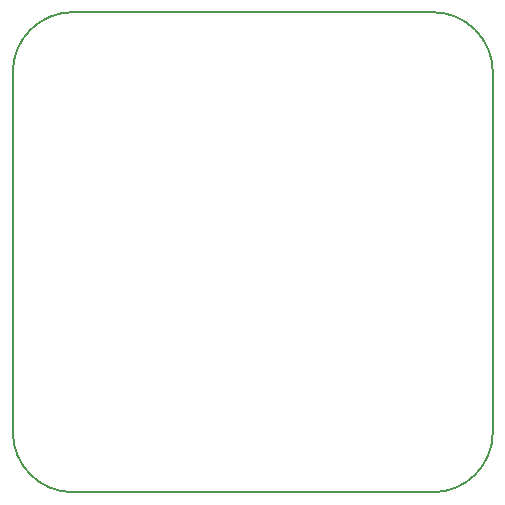
<source format=gko>
G04*
G04 #@! TF.GenerationSoftware,Altium Limited,Altium Designer,19.1.5 (86)*
G04*
G04 Layer_Color=16711935*
%FSLAX25Y25*%
%MOIN*%
G70*
G01*
G75*
%ADD10C,0.00500*%
D10*
X-6Y20006D02*
G03*
X20000Y-0I20006J0D01*
G01*
X140000Y-6D02*
G03*
X160006Y20000I0J20006D01*
G01*
Y140000D02*
G03*
X140000Y160006I-20006J0D01*
G01*
X20000D02*
G03*
X-6Y140000I0J-20006D01*
G01*
X20000Y-0D02*
X140000Y0D01*
Y-6D02*
Y0D01*
X160000Y20000D02*
X160006D01*
X160000Y140000D02*
X160000Y20000D01*
X160000Y140000D02*
X160006D01*
X140000Y160000D02*
Y160006D01*
X20000Y160000D02*
X140000D01*
X20000D02*
Y160006D01*
X-6Y140000D02*
X-0D01*
X-0Y20000D01*
M02*

</source>
